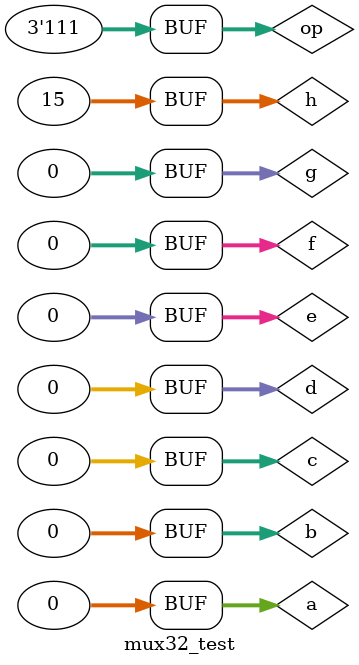
<source format=v>
`define DELAY 20
module mux32_test(); 
	reg [31:0] a,b,c,d,e,f,g,h;
	wire [31:0]sum;
	reg [2:0] op;
	
	mux32 fatb (a,b,c,d,e,f,g,h,op,sum);

	initial begin
		a = 8'd15; b = 8'd0;c = 8'd0; d = 8'd0;e = 8'd0; f = 8'd0;g = 8'd0; h = 8'd0; op = 3'b000;
		#`DELAY;
		a = 8'd0; b = 8'd15;c = 8'd0; d = 8'd0;e = 8'd0; f = 8'd0;g = 8'd0; h = 8'd0; op = 3'b001;
		#`DELAY;
		a = 8'd0; b = 8'd0;c = 8'd15; d = 8'd0;e = 8'd0; f = 8'd0;g = 8'd0; h = 8'd0; op = 3'b010;
		#`DELAY;
		a = 8'd0; b = 8'd0;c = 8'd0; d = 8'd15;e = 8'd0; f = 8'd0;g = 8'd0; h = 8'd0; op = 3'b011;
		#`DELAY;
		a = 8'd0; b = 8'd0;c = 8'd0; d = 8'd0;e = 8'd15; f = 8'd0;g = 8'd0; h = 8'd0; op = 3'b100;
		#`DELAY;
		a = 8'd0; b = 8'd0;c = 8'd0; d = 8'd0;e = 8'd0; f = 8'd15;g = 8'd0; h = 8'd0; op = 3'b101;
		#`DELAY;
		a = 8'd0; b = 8'd0;c = 8'd0; d = 8'd0;e = 8'd0; f = 8'd0;g = 8'd15; h = 8'd0; op = 3'b110;
		#`DELAY;
		a = 8'd0; b = 8'd0;c = 8'd0; d = 8'd0;e = 8'd0; f = 8'd0;g = 8'd0; h = 8'd15; op = 3'b111;
	end
	 
	 
	initial begin
		$monitor("time = %2d, a =%d, b=%d,c =%d, d=%d,e =%d, f=%d,g =%d, h=%d, op=%d, sum=%d", $time,a,b,c,d,e,f,g,h, op, sum);
	end
 
endmodule
</source>
